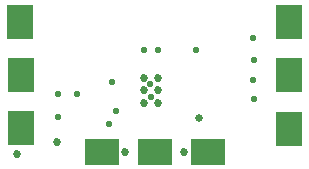
<source format=gbs>
%FSLAX25Y25*%
%MOIN*%
G70*
G01*
G75*
G04 Layer_Color=16711935*
%ADD10R,0.03600X0.03000*%
%ADD11R,0.03543X0.02559*%
%ADD12R,0.07874X0.11024*%
%ADD13R,0.06000X0.05000*%
%ADD14R,0.03000X0.03600*%
%ADD15R,0.03150X0.00906*%
%ADD16R,0.00906X0.03150*%
%ADD17R,0.03937X0.07874*%
%ADD18C,0.01000*%
%ADD19C,0.02000*%
%ADD20C,0.01500*%
%ADD21C,0.01700*%
%ADD22C,0.01900*%
%ADD23R,0.15156X0.09649*%
%ADD24R,0.15310X0.02394*%
%ADD25R,0.06525X0.02707*%
%ADD26R,0.06323X0.02939*%
%ADD27R,0.06830X0.04197*%
%ADD28R,0.19009X0.03190*%
%ADD29R,0.08936X0.09999*%
%ADD30R,0.08242X0.15824*%
%ADD31R,0.08028X0.08465*%
%ADD32R,0.08515X0.08961*%
%ADD33C,0.02300*%
%ADD34C,0.01800*%
%ADD35R,0.11024X0.07874*%
%ADD36C,0.00984*%
%ADD37C,0.00787*%
%ADD38C,0.00700*%
%ADD39C,0.01200*%
%ADD40C,0.00400*%
%ADD41R,0.01672X0.03953*%
%ADD42R,0.07665X0.08194*%
%ADD43R,0.08822X0.08756*%
%ADD44R,0.04400X0.03800*%
%ADD45R,0.04343X0.03359*%
%ADD46R,0.08674X0.11824*%
%ADD47R,0.06800X0.05800*%
%ADD48R,0.03800X0.04400*%
%ADD49R,0.03950X0.01706*%
%ADD50R,0.01706X0.03950*%
%ADD51R,0.04737X0.08674*%
%ADD52C,0.02700*%
%ADD53C,0.02200*%
%ADD54C,0.02600*%
%ADD55R,0.11824X0.08674*%
D46*
X305597Y341500D02*
D03*
X305680Y323776D02*
D03*
X305672Y306026D02*
D03*
X395092Y305864D02*
D03*
X395008Y323587D02*
D03*
X395017Y341337D02*
D03*
D52*
X359987Y298085D02*
D03*
X340621Y298033D02*
D03*
X317745Y301294D02*
D03*
X304305Y297388D02*
D03*
X308184Y309821D02*
D03*
X351551Y322749D02*
D03*
X346863Y322637D02*
D03*
X346930Y314494D02*
D03*
X351574Y314539D02*
D03*
X351596Y318599D02*
D03*
X346908Y318666D02*
D03*
X302914Y327737D02*
D03*
X308069Y327721D02*
D03*
X302998Y319940D02*
D03*
X307850Y320071D02*
D03*
X305446Y323918D02*
D03*
X392653Y327501D02*
D03*
X397461Y327545D02*
D03*
X395166Y323695D02*
D03*
X392696Y319895D02*
D03*
X397417Y320114D02*
D03*
X392503Y345468D02*
D03*
X397503Y345507D02*
D03*
X395100Y341360D02*
D03*
X392697Y337174D02*
D03*
X397503Y337251D02*
D03*
X392309Y309889D02*
D03*
X397348Y309850D02*
D03*
X394867Y306323D02*
D03*
X392465Y301866D02*
D03*
X397464D02*
D03*
X371857Y300625D02*
D03*
Y295935D02*
D03*
X368152Y298421D02*
D03*
X364166Y300437D02*
D03*
X364260Y295560D02*
D03*
X303445Y309798D02*
D03*
X303005Y345654D02*
D03*
X307937D02*
D03*
X305365Y341109D02*
D03*
X302864Y337233D02*
D03*
X308219D02*
D03*
D53*
X336298Y321551D02*
D03*
X335213Y307299D02*
D03*
X318163Y309567D02*
D03*
X364058Y332030D02*
D03*
X383189Y335960D02*
D03*
X348847Y320658D02*
D03*
X349004Y316467D02*
D03*
X337612Y311715D02*
D03*
X324562Y317430D02*
D03*
X318185Y317304D02*
D03*
X346773Y332041D02*
D03*
X351306Y332086D02*
D03*
X383405Y328605D02*
D03*
X383430Y315602D02*
D03*
X383279Y322164D02*
D03*
D54*
X365016Y309357D02*
D03*
D55*
X368111Y298154D02*
D03*
X350388Y298071D02*
D03*
X332638Y298079D02*
D03*
M02*

</source>
